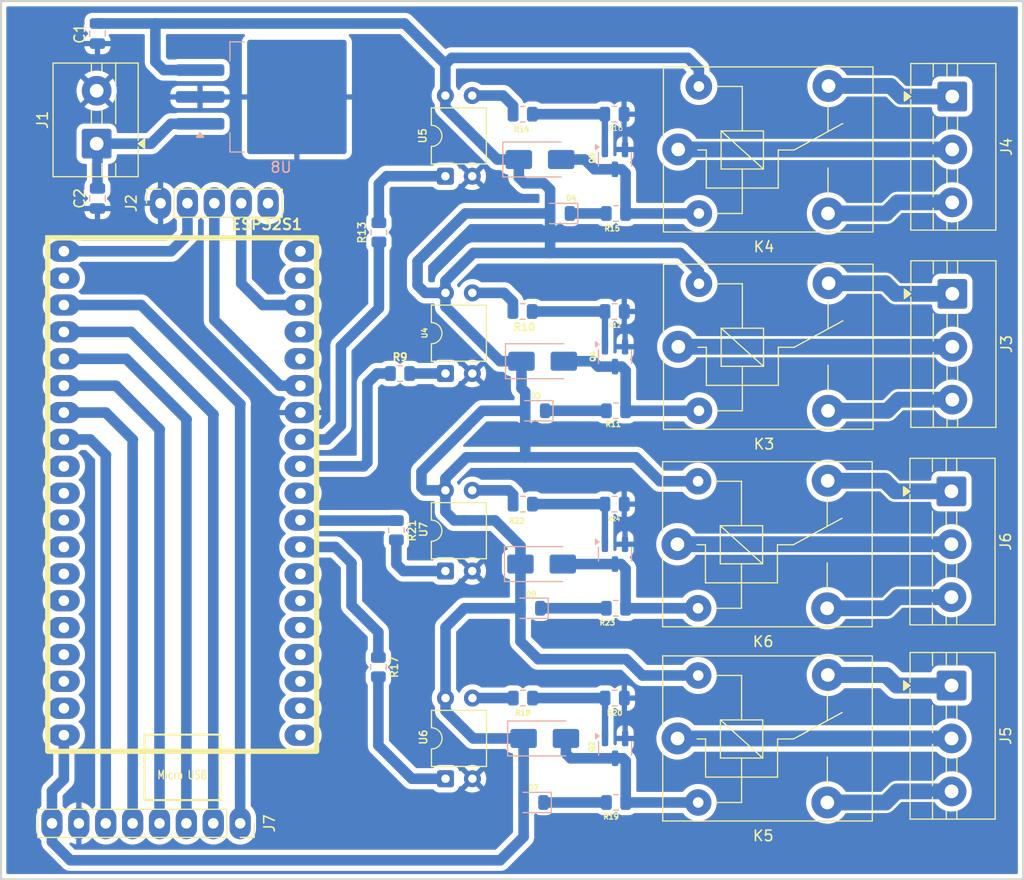
<source format=kicad_pcb>
(kicad_pcb (version 20241229) (generator "pcbnew") (generator_version "9.0")
  (layers (0 "F.Cu" signal) (2 "B.Cu" signal) (13 "F.Paste" user) (15 "B.Paste" user) (5 "F.SilkS" user "F.Silkscreen") (7 "B.SilkS" user "B.Silkscreen") (1 "F.Mask" user) (3 "B.Mask" user) (25 "Edge.Cuts" user))
  (net 0 "")
  (net 1 "5V")
  (net 2 "COM")
  (net 3 "NO")
  (net 4 "NC")
  (net 5 "GND")
  (net 7 "Net-(D3-K)")
  (net 8 "Net-(D4-K)")
  (net 9 "Net-(D5-A)")
  (net 10 "Net-(D6-A)")
  (net 11 "Net-(D7-K)")
  (net 12 "Net-(D8-A)")
  (net 13 "Net-(D9-K)")
  (net 14 "Net-(D10-A)")
  (net 15 "NC-1")
  (net 16 "COM-1")
  (net 17 "NO-1")
  (net 18 "COM-2")
  (net 19 "NC-2")
  (net 20 "NO-2")
  (net 21 "NO-3")
  (net 22 "NC-3")
  (net 23 "COM-3")
  (net 24 "GIO21")
  (net 25 "Net-(R9-Pad1)")
  (net 26 "Net-(R10-Pad1)")
  (net 27 "GIO22")
  (net 28 "Net-(R13-Pad1)")
  (net 29 "Net-(R14-Pad1)")
  (net 30 "GIO16")
  (net 31 "Net-(R17-Pad1)")
  (net 32 "Net-(R18-Pad1)")
  (net 33 "Net-(R21-Pad1)")
  (net 34 "GIO17")
  (net 35 "Net-(R22-Pad1)")
  (net 43 "GIO36")
  (net 44 "GIO19")
  (net 45 "GIO32")
  (net 47 "3,3V")
  (net 58 "GIO34")
  (net 59 "GIO39")
  (net 61 "GIO18")
  (net 64 "GIO35")
  (net 66 "GIO33")
  (net 67 "Net-(Q1-G)")
  (net 68 "Net-(Q2-G)")
  (net 69 "Net-(Q3-G)")
  (net 70 "Net-(Q4-G)")
  (net 71 "Net-(J1-Pin_1)")
  (footprint "Relay_THT:Relay_SPDT_SANYOU_SRD_Series_Form_C" (layer "F.Cu") (at 96.3775 89.06)
    (property "Reference" "K3" (at 8.1 9.2 0) (layer "F.SilkS"))
    (property "Value" "Relay" (hide yes))
    (pad "1" thru_hole circle (at 0 0 90) (size 3 3) (drill 1.3) (layers "*.Cu" "*.Mask") (net 2 "COM"))
    (pad "2" thru_hole circle (at 1.95 6.05 90) (size 2.5 2.5) (drill 1) (layers "*.Cu" "*.Mask") (net 9 "Net-(D5-A)"))
    (pad "3" thru_hole circle (at 14.15 6.05 90) (size 3 3) (drill 1.3) (layers "*.Cu" "*.Mask") (net 3 "NO"))
    (pad "4" thru_hole circle (at 14.2 -6 90) (size 3 3) (drill 1.3) (layers "*.Cu" "*.Mask") (net 4 "NC"))
    (pad "5" thru_hole circle (at 1.95 -5.95 90) (size 2.5 2.5) (drill 1) (layers "*.Cu" "*.Mask") (net 1 "5V"))
  )
  (footprint "Package_DIP:DIP-4_W7.62mm" (layer "F.Cu") (at 74.3775 91.59 90)
    (property "Reference" "U4" (at 3.83 -1.9675 90) (layer "F.SilkS") (effects (font (size 0.5 0.5) (thickness 0.125) (bold yes))))
    (property "Value" "PC817")
    (pad "1" thru_hole roundrect (at 0 0 90) (size 1.6 1.6) (drill 0.8) (layers "*.Cu" "*.Mask") (roundrect_rratio 0.15625) (net 25 "Net-(R9-Pad1)"))
    (pad "2" thru_hole circle (at 0 2.54 90) (size 1.6 1.6) (drill 0.8) (layers "*.Cu" "*.Mask") (net 5 "GND"))
    (pad "3" thru_hole circle (at 7.62 2.54 90) (size 1.6 1.6) (drill 0.8) (layers "*.Cu" "*.Mask") (net 26 "Net-(R10-Pad1)"))
    (pad "4" thru_hole circle (at 7.62 0 90) (size 1.6 1.6) (drill 0.8) (layers "*.Cu" "*.Mask") (net 1 "5V"))
  )
  (footprint "Relay_THT:Relay_SPDT_SANYOU_SRD_Series_Form_C" (layer "F.Cu") (at 96.37 70.42)
    (property "Reference" "K4" (at 8.1 9.2 0) (layer "F.SilkS"))
    (property "Value" "Relay" (hide yes))
    (pad "1" thru_hole circle (at 0 0 90) (size 3 3) (drill 1.3) (layers "*.Cu" "*.Mask") (net 16 "COM-1"))
    (pad "2" thru_hole circle (at 1.95 6.05 90) (size 2.5 2.5) (drill 1) (layers "*.Cu" "*.Mask") (net 10 "Net-(D6-A)"))
    (pad "3" thru_hole circle (at 14.15 6.05 90) (size 3 3) (drill 1.3) (layers "*.Cu" "*.Mask") (net 17 "NO-1"))
    (pad "4" thru_hole circle (at 14.2 -6 90) (size 3 3) (drill 1.3) (layers "*.Cu" "*.Mask") (net 15 "NC-1"))
    (pad "5" thru_hole circle (at 1.95 -5.95 90) (size 2.5 2.5) (drill 1) (layers "*.Cu" "*.Mask") (net 1 "5V"))
  )
  (footprint "Package_DIP:DIP-4_W7.62mm" (layer "F.Cu") (at 74.385 129.875 90)
    (property "Reference" "U6" (at 3.925 -2.095 90) (layer "F.SilkS") (effects (font (size 0.7 0.7) (thickness 0.14) (bold yes))))
    (property "Value" "PC817")
    (pad "1" thru_hole roundrect (at 0 0 90) (size 1.6 1.6) (drill 0.8) (layers "*.Cu" "*.Mask") (roundrect_rratio 0.15625) (net 31 "Net-(R17-Pad1)"))
    (pad "2" thru_hole circle (at 0 2.54 90) (size 1.6 1.6) (drill 0.8) (layers "*.Cu" "*.Mask") (net 5 "GND"))
    (pad "3" thru_hole circle (at 7.62 2.54 90) (size 1.6 1.6) (drill 0.8) (layers "*.Cu" "*.Mask") (net 32 "Net-(R18-Pad1)"))
    (pad "4" thru_hole circle (at 7.62 0 90) (size 1.6 1.6) (drill 0.8) (layers "*.Cu" "*.Mask") (net 1 "5V"))
  )
  (footprint "TerminalBlock:TerminalBlock_MaiXu_MX126-5.0-03P_1x03_P5.00mm" (layer "F.Cu") (at 122.2675 84.06 -90)
    (property "Reference" "J3" (at 4.75 -5.12 90) (layer "F.SilkS"))
    (property "Value" "Screw_Terminal_01x03" (hide yes))
    (pad "1" thru_hole roundrect (at 0 0 270) (size 2.8 2.8) (drill 1.3) (layers "*.Cu" "*.Mask") (roundrect_rratio 0.089286) (net 4 "NC"))
    (pad "2" thru_hole circle (at 5 0 270) (size 2.8 2.8) (drill 1.3) (layers "*.Cu" "*.Mask") (net 2 "COM"))
    (pad "3" thru_hole circle (at 10 0 270) (size 2.8 2.8) (drill 1.3) (layers "*.Cu" "*.Mask") (net 3 "NO"))
  )
  (footprint "TerminalBlock:TerminalBlock_MaiXu_MX126-5.0-03P_1x03_P5.00mm" (layer "F.Cu") (at 122.26 65.42 -90)
    (property "Reference" "J4" (at 4.75 -5.12 90) (layer "F.SilkS"))
    (property "Value" "Screw_Terminal_01x03" (hide yes))
    (pad "1" thru_hole roundrect (at 0 0 270) (size 2.8 2.8) (drill 1.3) (layers "*.Cu" "*.Mask") (roundrect_rratio 0.089286) (net 15 "NC-1"))
    (pad "2" thru_hole circle (at 5 0 270) (size 2.8 2.8) (drill 1.3) (layers "*.Cu" "*.Mask") (net 16 "COM-1"))
    (pad "3" thru_hole circle (at 10 0 270) (size 2.8 2.8) (drill 1.3) (layers "*.Cu" "*.Mask") (net 17 "NO-1"))
  )
  (footprint "Relay_THT:Relay_SPDT_SANYOU_SRD_Series_Form_C" (layer "F.Cu") (at 96.305 126.07)
    (property "Reference" "K5" (at 8.1 9.2 0) (layer "F.SilkS"))
    (property "Value" "Relay" (hide yes))
    (pad "1" thru_hole circle (at 0 0 90) (size 3 3) (drill 1.3) (layers "*.Cu" "*.Mask") (net 23 "COM-3"))
    (pad "2" thru_hole circle (at 1.95 6.05 90) (size 2.5 2.5) (drill 1) (layers "*.Cu" "*.Mask") (net 12 "Net-(D8-A)"))
    (pad "3" thru_hole circle (at 14.15 6.05 90) (size 3 3) (drill 1.3) (layers "*.Cu" "*.Mask") (net 21 "NO-3"))
    (pad "4" thru_hole circle (at 14.2 -6 90) (size 3 3) (drill 1.3) (layers "*.Cu" "*.Mask") (net 22 "NC-3"))
    (pad "5" thru_hole circle (at 1.95 -5.95 90) (size 2.5 2.5) (drill 1) (layers "*.Cu" "*.Mask") (net 1 "5V"))
  )
  (footprint "Package_DIP:DIP-4_W7.62mm" (layer "F.Cu") (at 74.37 72.95 90)
    (property "Reference" "U5" (at 3.815 -2.145 90) (layer "F.SilkS") (effects (font (size 0.7 0.7) (thickness 0.14) (bold yes))))
    (property "Value" "PC817")
    (pad "1" thru_hole roundrect (at 0 0 90) (size 1.6 1.6) (drill 0.8) (layers "*.Cu" "*.Mask") (roundrect_rratio 0.15625) (net 28 "Net-(R13-Pad1)"))
    (pad "2" thru_hole circle (at 0 2.54 90) (size 1.6 1.6) (drill 0.8) (layers "*.Cu" "*.Mask") (net 5 "GND"))
    (pad "3" thru_hole circle (at 7.62 2.54 90) (size 1.6 1.6) (drill 0.8) (layers "*.Cu" "*.Mask") (net 29 "Net-(R14-Pad1)"))
    (pad "4" thru_hole circle (at 7.62 0 90) (size 1.6 1.6) (drill 0.8) (layers "*.Cu" "*.Mask") (net 1 "5V"))
  )
  (footprint "TerminalBlock:TerminalBlock_MaiXu_MX126-5.0-02P_1x02_P5.00mm" (layer "F.Cu") (at 41.4225 69.875 90)
    (property "Reference" "J1" (at 2.25 -5.12 90) (layer "F.SilkS"))
    (property "Value" "Screw_Terminal_01x02" (hide yes))
    (pad "1" thru_hole roundrect (at 0 0 90) (size 2.8 2.8) (drill 1.3) (layers "*.Cu" "*.Mask") (roundrect_rratio 0.089286) (net 71 "Net-(J1-Pin_1)"))
    (pad "2" thru_hole circle (at 5 0 90) (size 2.8 2.8) (drill 1.3) (layers "*.Cu" "*.Mask") (net 5 "GND"))
  )
  (footprint "Connector_PinSocket_2.54mm:PinSocket_1x05_P2.54mm_Vertical" (layer "F.Cu") (at 47.46 75.5 90)
    (property "Reference" "J2" (at 0 -2.77 90) (layer "F.SilkS"))
    (property "Value" "Conn_01x04")
    (pad "1" thru_hole oval (at 0 0 90) (size 3 2) (drill 1) (layers "*.Cu" "*.Mask") (net 5 "GND"))
    (pad "2" thru_hole oval (at 0 2.54 90) (size 3 2) (drill 1) (layers "*.Cu" "*.Mask") (net 47 "3,3V"))
    (pad "3" thru_hole oval (at 0 5.08 90) (size 3 2) (drill 1) (layers "*.Cu" "*.Mask") (net 24 "GIO21"))
    (pad "4" thru_hole oval (at 0 7.62 90) (size 3 2) (drill 1) (layers "*.Cu" "*.Mask") (net 27 "GIO22"))
    (pad "5" thru_hole oval (at 0 10.16 90) (size 3 2) (drill 1) (layers "*.Cu" "*.Mask"))
  )
  (footprint "Connector_PinSocket_2.54mm:PinSocket_1x08_P2.54mm_Vertical" (layer "F.Cu") (at 54.98 134.09 -90)
    (property "Reference" "J7" (at 0 -2.77 270) (layer "F.SilkS"))
    (property "Value" "Conn_01x08" (hide yes))
    (pad "1" thru_hole oval (at 0 0 270) (size 3 2) (drill 1) (layers "*.Cu" "*.Mask") (net 43 "GIO36"))
    (pad "2" thru_hole oval (at 0 2.54 270) (size 3 2) (drill 1) (layers "*.Cu" "*.Mask") (net 59 "GIO39"))
    (pad "3" thru_hole oval (at 0 5.08 270) (size 3 2) (drill 1) (layers "*.Cu" "*.Mask") (net 58 "GIO34"))
    (pad "4" thru_hole oval (at 0 7.62 270) (size 3 2) (drill 1) (layers "*.Cu" "*.Mask") (net 64 "GIO35"))
    (pad "5" thru_hole oval (at 0 10.16 270) (size 3 2) (drill 1) (layers "*.Cu" "*.Mask") (net 45 "GIO32"))
    (pad "6" thru_hole oval (at 0 12.7 270) (size 3 2) (drill 1) (layers "*.Cu" "*.Mask") (net 66 "GIO33"))
    (pad "7" thru_hole oval (at 0 15.24 270) (size 3 2) (drill 1) (layers "*.Cu" "*.Mask") (net 5 "GND"))
    (pad "8" thru_hole oval (at 0 17.78 270) (size 3 2) (drill 1) (layers "*.Cu" "*.Mask") (net 1 "5V"))
  )
  (footprint "Relay_THT:Relay_SPDT_SANYOU_SRD_Series_Form_C" (layer "F.Cu") (at 96.2925 107.72)
    (property "Reference" "K6" (at 8.1 9.2 0) (layer "F.SilkS"))
    (property "Value" "Relay" (hide yes))
    (pad "1" thru_hole circle (at 0 0 90) (size 3 3) (drill 1.3) (layers "*.Cu" "*.Mask") (net 18 "COM-2"))
    (pad "2" thru_hole circle (at 1.95 6.05 90) (size 2.5 2.5) (drill 1) (layers "*.Cu" "*.Mask") (net 14 "Net-(D10-A)"))
    (pad "3" thru_hole circle (at 14.15 6.05 90) (size 3 3) (drill 1.3) (layers "*.Cu" "*.Mask") (net 20 "NO-2"))
    (pad "4" thru_hole circle (at 14.2 -6 90) (size 3 3) (drill 1.3) (layers "*.Cu" "*.Mask") (net 19 "NC-2"))
    (pad "5" thru_hole circle (at 1.95 -5.95 90) (size 2.5 2.5) (drill 1) (layers "*.Cu" "*.Mask") (net 1 "5V"))
  )
  (footprint "6°3RA_Nahuel:ESP32S_38_PINES" (layer "F.Cu") (at 49.5 75.2565)
    (property "Reference" "ESP32S1" (at 8 2.2435 0) (layer "F.SilkS") (effects (font (thickness 0.2) (bold yes))))
    (property "Value" "~" (hide yes))
    (fp_text user "Micro USB" (at 0 54.737 0) (layer "F.SilkS") (effects (font (size 0.8 0.6) (thickness 0.12) (bold yes)) (justify bottom)))
    (pad "1" thru_hole oval (at 11.176 4.783) (size 3 2) (drill oval 1) (layers "*.Cu" "*.Mask"))
    (pad "2" thru_hole oval (at 11.176 7.323) (size 3 2) (drill oval 1) (layers "*.Cu" "*.Mask"))
    (pad "3" thru_hole oval (at 11.176 9.863) (size 3 2) (drill oval 1) (layers "*.Cu" "*.Mask") (net 27 "GIO22"))
    (pad "4" thru_hole oval (at 11.176 12.403) (size 3 2) (drill oval 1) (layers "*.Cu" "*.Mask"))
    (pad "5" thru_hole oval (at 11.176 14.943) (size 3 2) (drill oval 1) (layers "*.Cu" "*.Mask"))
    (pad "6" thru_hole oval (at 11.176 17.483) (size 3 2) (drill oval 1) (layers "*.Cu" "*.Mask") (net 24 "GIO21"))
    (pad "7" thru_hole oval (at 11.176 20.023) (size 3 2) (drill oval 1) (layers "*.Cu" "*.Mask") (net 5 "GND"))
    (pad "8" thru_hole oval (at 11.176 22.563) (size 3 2) (drill oval 1) (layers "*.Cu" "*.Mask") (net 44 "GIO19"))
    (pad "9" thru_hole oval (at 11.176 25.103) (size 3 2) (drill oval 1) (layers "*.Cu" "*.Mask") (net 61 "GIO18"))
    (pad "10" thru_hole oval (at 11.176 27.643) (size 3 2) (drill oval 1) (layers "*.Cu" "*.Mask"))
    (pad "11" thru_hole oval (at 11.176 30.183) (size 3 2) (drill oval 1) (layers "*.Cu" "*.Mask") (net 34 "GIO17"))
    (pad "12" thru_hole oval (at 11.176 32.723) (size 3 2) (drill oval 1) (layers "*.Cu" "*.Mask") (net 30 "GIO16"))
    (pad "13" thru_hole oval (at 11.176 35.263) (size 3 2) (drill oval 1) (layers "*.Cu" "*.Mask"))
    (pad "14" thru_hole oval (at 11.176 37.803) (size 3 2) (drill oval 1) (layers "*.Cu" "*.Mask"))
    (pad "15" thru_hole oval (at 11.176 40.343) (size 3 2) (drill oval 1) (layers "*.Cu" "*.Mask"))
    (pad "16" thru_hole oval (at 11.176 42.883) (size 3 2) (drill oval 1) (layers "*.Cu" "*.Mask"))
    (pad "17" thru_hole oval (at 11.176 45.423) (size 3 2) (drill oval 1) (layers "*.Cu" "*.Mask"))
    (pad "18" thru_hole oval (at 11.176 47.963) (size 3 2) (drill oval 1) (layers "*.Cu" "*.Mask"))
    (pad "19" thru_hole oval (at 11.176 50.503) (size 3 2) (drill oval 1) (layers "*.Cu" "*.Mask"))
    (pad "20" thru_hole oval (at -11.17 4.78) (size 3 2) (drill oval 1) (layers "*.Cu" "*.Mask") (net 47 "3,3V"))
    (pad "21" thru_hole oval (at -11.176 7.323) (size 3 2) (drill oval 1) (layers "*.Cu" "*.Mask"))
    (pad "22" thru_hole oval (at -11.176 9.863) (size 3 2) (drill oval 1) (layers "*.Cu" "*.Mask") (net 43 "GIO36"))
    (pad "23" thru_hole oval (at -11.176 12.403) (size 3 2) (drill oval 1) (layers "*.Cu" "*.Mask") (net 59 "GIO39"))
    (pad "24" thru_hole oval (at -11.176 14.943) (size 3 2) (drill oval 1) (layers "*.Cu" "*.Mask") (net 58 "GIO34"))
    (pad "25" thru_hole oval (at -11.176 17.483) (size 3 2) (drill oval 1) (layers "*.Cu" "*.Mask") (net 64 "GIO35"))
    (pad "26" thru_hole oval (at -11.176 20.023) (size 3 2) (drill oval 1) (layers "*.Cu" "*.Mask") (net 45 "GIO32"))
    (pad "27" thru_hole oval (at -11.176 22.563) (size 3 2) (drill oval 1) (layers "*.Cu" "*.Mask") (net 66 "GIO33"))
    (pad "28" thru_hole oval (at -11.176 25.103) (size 3 2) (drill oval 1) (layers "*.Cu" "*.Mask"))
    (pad "29" thru_hole oval (at -11.176 27.643) (size 3 2) (drill oval 1) (layers "*.Cu" "*.Mask"))
    (pad "30" thru_hole oval (at -11.176 30.183) (size 3 2) (drill oval 1) (layers "*.Cu" "*.Mask"))
    (pad "31" thru_hole oval (at -11.176 32.723) (size 3 2) (drill oval 1) (layers "*.Cu" "*.Mask"))
    (pad "32" thru_hole oval (at -11.176 35.263) (size 3 2) (drill oval 1) (layers "*.Cu" "*.Mask"))
    (pad "33" thru_hole oval (at -11.176 37.803) (size 3 2) (drill oval 1) (layers "*.Cu" "*.Mask"))
    (pad "34" thru_hole oval (at -11.176 40.343) (size 3 2) (drill oval 1) (layers "*.Cu" "*.Mask"))
    (pad "35" thru_hole oval (at -11.176 42.883) (size 3 2) (drill oval 1) (layers "*.Cu" "*.Mask"))
    (pad "36" thru_hole oval (at -11.176 45.423) (size 3 2) (drill oval 1) (layers "*.Cu" "*.Mask"))
    (pad "37" thru_hole oval (at -11.176 47.963) (size 3 2) (drill oval 1) (layers "*.Cu" "*.Mask"))
    (pad "38" thru_hole oval (at -11.176 50.503) (size 3 2) (drill oval 1) (layers "*.Cu" "*.Mask") (net 1 "5V"))
  )
  (footprint "TerminalBlock:TerminalBlock_MaiXu_MX126-5.0-03P_1x03_P5.00mm" (layer "F.Cu") (at 122.195 121.07 -90)
    (property "Reference" "J5" (at 4.75 -5.12 90) (layer "F.SilkS"))
    (property "Value" "Screw_Terminal_01x03" (hide yes))
    (pad "1" thru_hole roundrect (at 0 0 270) (size 2.8 2.8) (drill 1.3) (layers "*.Cu" "*.Mask") (roundrect_rratio 0.089286) (net 22 "NC-3"))
    (pad "2" thru_hole circle (at 5 0 270) (size 2.8 2.8) (drill 1.3) (layers "*.Cu" "*.Mask") (net 23 "COM-3"))
    (pad "3" thru_hole circle (at 10 0 270) (size 2.8 2.8) (drill 1.3) (layers "*.Cu" "*.Mask") (net 21 "NO-3"))
  )
  (footprint "Package_DIP:DIP-4_W7.62mm" (layer "F.Cu") (at 74.3725 110.25 90)
    (property "Reference" "U7" (at 3.92 -2.07 90) (layer "F.SilkS") (effects (font (size 0.7 0.7) (thickness 0.14) (bold yes))))
    (property "Value" "PC817")
    (pad "1" thru_hole roundrect (at 0 0 90) (size 1.6 1.6) (drill 0.8) (layers "*.Cu" "*.Mask") (roundrect_rratio 0.15625) (net 33 "Net-(R21-Pad1)"))
    (pad "2" thru_hole circle (at 0 2.54 90) (size 1.6 1.6) (drill 0.8) (layers "*.Cu" "*.Mask") (net 5 "GND"))
    (pad "3" thru_hole circle (at 7.62 2.54 90) (size 1.6 1.6) (drill 0.8) (layers "*.Cu" "*.Mask") (net 35 "Net-(R22-Pad1)"))
    (pad "4" thru_hole circle (at 7.62 0 90) (size 1.6 1.6) (drill 0.8) (layers "*.Cu" "*.Mask") (net 1 "5V"))
  )
  (footprint "TerminalBlock:TerminalBlock_MaiXu_MX126-5.0-03P_1x03_P5.00mm" (layer "F.Cu") (at 122.1825 102.72 -90)
    (property "Reference" "J6" (at 4.75 -5.12 90) (layer "F.SilkS"))
    (property "Value" "Screw_Terminal_01x03" (hide yes))
    (pad "1" thru_hole roundrect (at 0 0 270) (size 2.8 2.8) (drill 1.3) (layers "*.Cu" "*.Mask") (roundrect_rratio 0.089286) (net 19 "NC-2"))
    (pad "2" thru_hole circle (at 5 0 270) (size 2.8 2.8) (drill 1.3) (layers "*.Cu" "*.Mask") (net 18 "COM-2"))
    (pad "3" thru_hole circle (at 10 0 270) (size 2.8 2.8) (drill 1.3) (layers "*.Cu" "*.Mask") (net 20 "NO-2"))
  )
  (footprint "Resistor_SMD:R_0805_2012Metric" (layer "B.Cu") (at 90.485 113.77)
    (property "Reference" "R23" (at -0.8125 1.36 0) (layer "F.SilkS") (effects (font (size 0.5 0.5) (thickness 0.125))))
    (property "Value" "220Ω")
    (pad "1" smd roundrect (at -0.9125 0) (size 1.025 1.4) (layers "B.Cu" "B.Mask" "B.Paste") (roundrect_rratio 0.243902) (net 13 "Net-(D9-K)"))
    (pad "2" smd roundrect (at 0.9125 0) (size 1.025 1.4) (layers "B.Cu" "B.Mask" "B.Paste") (roundrect_rratio 0.243902) (net 14 "Net-(D10-A)"))
  )
  (footprint "Resistor_SMD:R_0805_2012Metric" (layer "B.Cu") (at 90.3675 122.255)
    (property "Reference" "R20" (at 0 1.4 0) (layer "F.SilkS") (effects (font (size 0.5 0.5) (thickness 0.125))))
    (property "Value" "10KΩ")
    (pad "1" smd roundrect (at -0.9125 0) (size 1.025 1.4) (layers "B.Cu" "B.Mask" "B.Paste") (roundrect_rratio 0.243902) (net 68 "Net-(Q2-G)"))
    (pad "2" smd roundrect (at 0.9125 0) (size 1.025 1.4) (layers "B.Cu" "B.Mask" "B.Paste") (roundrect_rratio 0.243902) (net 5 "GND"))
  )
  (footprint "Resistor_SMD:R_0805_2012Metric" (layer "B.Cu") (at 81.6825 103.93)
    (property "Reference" "R22" (at -0.56 1.58 0) (layer "F.SilkS") (effects (font (size 0.5 0.5) (thickness 0.125))))
    (property "Value" "1KΩ")
    (pad "1" smd roundrect (at -0.9125 0) (size 1.025 1.4) (layers "B.Cu" "B.Mask" "B.Paste") (roundrect_rratio 0.243902) (net 35 "Net-(R22-Pad1)"))
    (pad "2" smd roundrect (at 0.9125 0) (size 1.025 1.4) (layers "B.Cu" "B.Mask" "B.Paste") (roundrect_rratio 0.243902) (net 67 "Net-(Q1-G)"))
  )
  (footprint "Resistor_SMD:R_0805_2012Metric" (layer "B.Cu") (at 90.4825 76.47)
    (property "Reference" "R15" (at -0.35 1.42 0) (layer "F.SilkS") (effects (font (size 0.5 0.5) (thickness 0.125))))
    (property "Value" "220Ω")
    (pad "1" smd roundrect (at -0.9125 0) (size 1.025 1.4) (layers "B.Cu" "B.Mask" "B.Paste") (roundrect_rratio 0.243902) (net 8 "Net-(D4-K)"))
    (pad "2" smd roundrect (at 0.9125 0) (size 1.025 1.4) (layers "B.Cu" "B.Mask" "B.Paste") (roundrect_rratio 0.243902) (net 10 "Net-(D6-A)"))
  )
  (footprint "Resistor_SMD:R_0805_2012Metric" (layer "B.Cu") (at 90.36 85.73)
    (property "Reference" "R12" (at 0.02 1.32 0) (layer "F.SilkS") (effects (font (size 0.4 0.4) (thickness 0.1))))
    (property "Value" "10KΩ")
    (pad "1" smd roundrect (at -0.9125 0) (size 1.025 1.4) (layers "B.Cu" "B.Mask" "B.Paste") (roundrect_rratio 0.243902) (net 70 "Net-(Q4-G)"))
    (pad "2" smd roundrect (at 0.9125 0) (size 1.025 1.4) (layers "B.Cu" "B.Mask" "B.Paste") (roundrect_rratio 0.243902) (net 5 "GND"))
  )
  (footprint "Resistor_SMD:R_0805_2012Metric" (layer "B.Cu") (at 90.355 103.93)
    (property "Reference" "R24" (at -0.0675 1.4 0) (layer "F.SilkS") (effects (font (size 0.4 0.4) (thickness 0.1))))
    (property "Value" "10KΩ")
    (pad "1" smd roundrect (at -0.9125 0) (size 1.025 1.4) (layers "B.Cu" "B.Mask" "B.Paste") (roundrect_rratio 0.243902) (net 67 "Net-(Q1-G)"))
    (pad "2" smd roundrect (at 0.9125 0) (size 1.025 1.4) (layers "B.Cu" "B.Mask" "B.Paste") (roundrect_rratio 0.243902) (net 5 "GND"))
  )
  (footprint "Diode_SMD:D_SMA" (layer "B.Cu") (at 83.4625 109.595)
    (property "Reference" "D10" (hide yes))
    (property "Value" "1N4007")
    (pad "1" smd roundrect (at -2 0) (size 2.5 1.8) (layers "B.Cu" "B.Mask" "B.Paste") (roundrect_rratio 0.1388888889) (net 1 "5V"))
    (pad "2" smd roundrect (at 2 0) (size 2.5 1.8) (layers "B.Cu" "B.Mask" "B.Paste") (roundrect_rratio 0.1388888889) (net 14 "Net-(D10-A)"))
  )
  (footprint "Diode_SMD:D_SMA" (layer "B.Cu") (at 83.56 90.43)
    (property "Reference" "D5" (hide yes))
    (property "Value" "1N4007")
    (pad "1" smd roundrect (at -2 0) (size 2.5 1.8) (layers "B.Cu" "B.Mask" "B.Paste") (roundrect_rratio 0.1388888889) (net 1 "5V"))
    (pad "2" smd roundrect (at 2 0) (size 2.5 1.8) (layers "B.Cu" "B.Mask" "B.Paste") (roundrect_rratio 0.1388888889) (net 9 "Net-(D5-A)"))
  )
  (footprint "Resistor_SMD:R_0805_2012Metric" (layer "B.Cu") (at 90.4975 132.12)
    (property "Reference" "R19" (at -0.47 1.34 0) (layer "F.SilkS") (effects (font (size 0.5 0.5) (thickness 0.125))))
    (property "Value" "220Ω")
    (pad "1" smd roundrect (at -0.9125 0) (size 1.025 1.4) (layers "B.Cu" "B.Mask" "B.Paste") (roundrect_rratio 0.243902) (net 11 "Net-(D7-K)"))
    (pad "2" smd roundrect (at 0.9125 0) (size 1.025 1.4) (layers "B.Cu" "B.Mask" "B.Paste") (roundrect_rratio 0.243902) (net 12 "Net-(D8-A)"))
  )
  (footprint "Capacitor_SMD:C_0805_2012Metric" (layer "B.Cu") (at 41.5 59.47 -90)
    (property "Reference" "C1" (at 0 1.68 90) (layer "F.SilkS"))
    (property "Value" "C_US" (hide yes))
    (pad "1" smd roundrect (at -0.95 0 270) (size 1 1.45) (layers "B.Cu" "B.Mask" "B.Paste") (net 1 "5V"))
    (pad "2" smd roundrect (at 0.95 0 270) (size 1 1.45) (layers "B.Cu" "B.Mask" "B.Paste") (net 5 "GND"))
  )
  (footprint "Diode_SMD:D_SMA" (layer "B.Cu") (at 83.76 126.07)
    (property "Reference" "D8" (hide yes))
    (property "Value" "1N4007")
    (pad "1" smd roundrect (at -2 0) (size 2.5 1.8) (layers "B.Cu" "B.Mask" "B.Paste") (roundrect_rratio 0.1388888889) (net 1 "5V"))
    (pad "2" smd roundrect (at 2 0) (size 2.5 1.8) (layers "B.Cu" "B.Mask" "B.Paste") (roundrect_rratio 0.1388888889) (net 12 "Net-(D8-A)"))
  )
  (footprint "Resistor_SMD:R_0805_2012Metric" (layer "B.Cu") (at 69.74 106.3975 90)
    (property "Reference" "R21" (at -0.0375 1.48 90) (layer "F.SilkS") (effects (font (size 0.7 0.7) (thickness 0.14) (bold yes))))
    (property "Value" "220Ω")
    (pad "1" smd roundrect (at -0.9125 0 90) (size 1.025 1.4) (layers "B.Cu" "B.Mask" "B.Paste") (roundrect_rratio 0.243902) (net 33 "Net-(R21-Pad1)"))
    (pad "2" smd roundrect (at 0.9125 0 90) (size 1.025 1.4) (layers "B.Cu" "B.Mask" "B.Paste") (roundrect_rratio 0.243902) (net 34 "GIO17"))
  )
  (footprint "Resistor_SMD:R_0805_2012Metric" (layer "B.Cu") (at 70.0875 91.59 180)
    (property "Reference" "R9" (at 0.0025 1.55 0) (layer "F.SilkS") (effects (font (size 0.7 0.7) (thickness 0.17) (bold yes))))
    (property "Value" "220Ω")
    (pad "1" smd roundrect (at -0.9125 0 180) (size 1.025 1.4) (layers "B.Cu" "B.Mask" "B.Paste") (roundrect_rratio 0.243902) (net 25 "Net-(R9-Pad1)"))
    (pad "2" smd roundrect (at 0.9125 0 180) (size 1.025 1.4) (layers "B.Cu" "B.Mask" "B.Paste") (roundrect_rratio 0.243902) (net 61 "GIO18"))
  )
  (footprint "LED_SMD:LED_0805_2012Metric" (layer "B.Cu") (at 82.4 113.77 180)
    (property "Reference" "D9" (at -0.06 1.34 0) (layer "F.SilkS") (effects (font (size 0.5 0.5) (thickness 0.125))))
    (property "Value" "LED")
    (pad "1" smd roundrect (at -0.9375 0 180) (size 0.975 1.4) (layers "B.Cu" "B.Mask" "B.Paste") (net 13 "Net-(D9-K)"))
    (pad "2" smd roundrect (at 0.9375 0 180) (size 0.975 1.4) (layers "B.Cu" "B.Mask" "B.Paste") (net 1 "5V"))
  )
  (footprint "Capacitor_SMD:C_0805_2012Metric" (layer "B.Cu") (at 41.5 75.05 -90)
    (property "Reference" "C2" (at 0 1.68 90) (layer "F.SilkS"))
    (property "Value" "C" (hide yes))
    (pad "1" smd roundrect (at -0.95 0 270) (size 1 1.45) (layers "B.Cu" "B.Mask" "B.Paste") (net 71 "Net-(J1-Pin_1)"))
    (pad "2" smd roundrect (at 0.95 0 270) (size 1 1.45) (layers "B.Cu" "B.Mask" "B.Paste") (net 5 "GND"))
  )
  (footprint "LED_SMD:LED_0805_2012Metric" (layer "B.Cu") (at 85.2 76.47 180)
    (property "Reference" "D4" (at -1.08 1.44 0) (layer "F.SilkS") (effects (font (size 0.5 0.5) (thickness 0.125))))
    (property "Value" "LED")
    (pad "1" smd roundrect (at -0.9375 0 180) (size 0.975 1.4) (layers "B.Cu" "B.Mask" "B.Paste") (net 8 "Net-(D4-K)"))
    (pad "2" smd roundrect (at 0.9375 0 180) (size 0.975 1.4) (layers "B.Cu" "B.Mask" "B.Paste") (net 1 "5V"))
  )
  (footprint "Package_TO_SOT_SMD:SOT-23" (layer "B.Cu") (at 90.3925 108.6575 -90)
    (property "Reference" "Q1" (hide yes))
    (property "Value" "2N7002")
    (pad "1" smd roundrect (at -0.9375 0.95 270) (size 1.475 0.6) (layers "B.Cu" "B.Mask" "B.Paste") (net 67 "Net-(Q1-G)"))
    (pad "2" smd roundrect (at -0.9375 -0.95 270) (size 1.475 0.6) (layers "B.Cu" "B.Mask" "B.Paste") (net 5 "GND"))
    (pad "3" smd roundrect (at 0.9375 0 270) (size 1.475 0.6) (layers "B.Cu" "B.Mask" "B.Paste") (net 14 "Net-(D10-A)"))
  )
  (footprint "Resistor_SMD:R_0805_2012Metric" (layer "B.Cu") (at 90.34 67.09)
    (property "Reference" "R16" (at 0.09 1.32 0) (layer "F.SilkS") (effects (font (size 0.5 0.5) (thickness 0.075))))
    (property "Value" "10KΩ")
    (pad "1" smd roundrect (at -0.9125 0) (size 1.025 1.4) (layers "B.Cu" "B.Mask" "B.Paste") (roundrect_rratio 0.243902) (net 69 "Net-(Q3-G)"))
    (pad "2" smd roundrect (at 0.9125 0) (size 1.025 1.4) (layers "B.Cu" "B.Mask" "B.Paste") (roundrect_rratio 0.243902) (net 5 "GND"))
  )
  (footprint "Package_TO_SOT_SMD:SOT-23" (layer "B.Cu") (at 90.39 71.3575 -90)
    (property "Reference" "Q3" (at -0.12 2.15 90) (layer "F.SilkS") (effects (font (size 0.5 0.5) (thickness 0.125))))
    (property "Value" "2N7002H")
    (pad "1" smd roundrect (at -0.9375 0.95 270) (size 1.475 0.6) (layers "B.Cu" "B.Mask" "B.Paste") (net 69 "Net-(Q3-G)"))
    (pad "2" smd roundrect (at -0.9375 -0.95 270) (size 1.475 0.6) (layers "B.Cu" "B.Mask" "B.Paste") (net 5 "GND"))
    (pad "3" smd roundrect (at 0.9375 0 270) (size 1.475 0.6) (layers "B.Cu" "B.Mask" "B.Paste") (net 10 "Net-(D6-A)"))
  )
  (footprint "Package_TO_SOT_SMD:SOT-23" (layer "B.Cu") (at 90.3975 89.9975 -90)
    (property "Reference" "Q4" (at -0.0225 2.0775 90) (layer "F.SilkS") (effects (font (size 0.5 0.5) (thickness 0.125))))
    (property "Value" "2N7002")
    (pad "1" smd roundrect (at -0.9375 0.95 270) (size 1.475 0.6) (layers "B.Cu" "B.Mask" "B.Paste") (net 70 "Net-(Q4-G)"))
    (pad "2" smd roundrect (at -0.9375 -0.95 270) (size 1.475 0.6) (layers "B.Cu" "B.Mask" "B.Paste") (net 5 "GND"))
    (pad "3" smd roundrect (at 0.9375 0 270) (size 1.475 0.6) (layers "B.Cu" "B.Mask" "B.Paste") (net 9 "Net-(D5-A)"))
  )
  (footprint "Resistor_SMD:R_0805_2012Metric" (layer "B.Cu") (at 81.695 122.255)
    (property "Reference" "R18" (at 0 1.4 0) (layer "F.SilkS") (effects (font (size 0.5 0.5) (thickness 0.125))))
    (property "Value" "1KΩ")
    (pad "1" smd roundrect (at -0.9125 0) (size 1.025 1.4) (layers "B.Cu" "B.Mask" "B.Paste") (roundrect_rratio 0.243902) (net 32 "Net-(R18-Pad1)"))
    (pad "2" smd roundrect (at 0.9125 0) (size 1.025 1.4) (layers "B.Cu" "B.Mask" "B.Paste") (roundrect_rratio 0.243902) (net 68 "Net-(Q2-G)"))
  )
  (footprint "Resistor_SMD:R_0805_2012Metric" (layer "B.Cu") (at 68.04 119.3275 90)
    (property "Reference" "R17" (at 0 1.49 90) (layer "F.SilkS") (effects (font (size 0.7 0.7) (thickness 0.14) (bold yes))))
    (property "Value" "220Ω")
    (pad "1" smd roundrect (at -0.9125 0 90) (size 1.025 1.4) (layers "B.Cu" "B.Mask" "B.Paste") (roundrect_rratio 0.243902) (net 31 "Net-(R17-Pad1)"))
    (pad "2" smd roundrect (at 0.9125 0 90) (size 1.025 1.4) (layers "B.Cu" "B.Mask" "B.Paste") (roundrect_rratio 0.243902) (net 30 "GIO16"))
  )
  (footprint "Resistor_SMD:R_0805_2012Metric" (layer "B.Cu") (at 81.6625 85.73)
    (property "Reference" "R10" (at 0.1725 1.47 0) (layer "F.SilkS") (effects (font (size 0.7 0.7))))
    (property "Value" "1KΩ")
    (pad "1" smd roundrect (at -0.9125 0) (size 1.025 1.4) (layers "B.Cu" "B.Mask" "B.Paste") (roundrect_rratio 0.243902) (net 26 "Net-(R10-Pad1)"))
    (pad "2" smd roundrect (at 0.9125 0) (size 1.025 1.4) (layers "B.Cu" "B.Mask" "B.Paste") (roundrect_rratio 0.243902) (net 70 "Net-(Q4-G)"))
  )
  (footprint "Package_TO_SOT_SMD:SOT-23" (layer "B.Cu") (at 90.405 127.0075 -90)
    (property "Reference" "Q2" (at -0.15 2.2 90) (layer "F.SilkS") (effects (font (size 0.5 0.5) (thickness 0.125))))
    (property "Value" "2N7002")
    (pad "1" smd roundrect (at -0.9375 0.95 270) (size 1.475 0.6) (layers "B.Cu" "B.Mask" "B.Paste") (net 68 "Net-(Q2-G)"))
    (pad "2" smd roundrect (at -0.9375 -0.95 270) (size 1.475 0.6) (layers "B.Cu" "B.Mask" "B.Paste") (net 5 "GND"))
    (pad "3" smd roundrect (at 0.9375 0 270) (size 1.475 0.6) (layers "B.Cu" "B.Mask" "B.Paste") (net 12 "Net-(D8-A)"))
  )
  (footprint "Resistor_SMD:R_0805_2012Metric" (layer "B.Cu") (at 90.49 95.11)
    (property "Reference" "R11" (at -0.26 1.27 0) (layer "F.SilkS") (effects (font (size 0.5 0.5) (thickness 0.125))))
    (property "Value" "220Ω")
    (pad "1" smd roundrect (at -0.9125 0) (size 1.025 1.4) (layers "B.Cu" "B.Mask" "B.Paste") (roundrect_rratio 0.243902) (net 7 "Net-(D3-K)"))
    (pad "2" smd roundrect (at 0.9125 0) (size 1.025 1.4) (layers "B.Cu" "B.Mask" "B.Paste") (roundrect_rratio 0.243902) (net 9 "Net-(D5-A)"))
  )
  (footprint "LED_SMD:LED_0805_2012Metric" (layer "B.Cu") (at 82.8525 95.11 180)
    (property "Reference" "D3" (at -0.0575 1.41 0) (layer "F.SilkS") (effects (font (size 0.5 0.5) (thickness 0.1) (bold yes))))
    (property "Value" "LED")
    (pad "1" smd roundrect (at -0.9375 0 180) (size 0.975 1.4) (layers "B.Cu" "B.Mask" "B.Paste") (net 7 "Net-(D3-K)"))
    (pad "2" smd roundrect (at 0.9375 0 180) (size 0.975 1.4) (layers "B.Cu" "B.Mask" "B.Paste") (net 1 "5V"))
  )
  (footprint "LED_SMD:LED_0805_2012Metric" (layer "B.Cu") (at 82.6975 132.12 180)
    (property "Reference" "D7" (at 0 1.4 0) (layer "F.SilkS") (effects (font (size 0.5 0.5) (thickness 0.125))))
    (property "Value" "LED")
    (pad "1" smd roundrect (at -0.9375 0 180) (size 0.975 1.4) (layers "B.Cu" "B.Mask" "B.Paste") (net 11 "Net-(D7-K)"))
    (pad "2" smd roundrect (at 0.9375 0 180) (size 0.975 1.4) (layers "B.Cu" "B.Mask" "B.Paste") (net 1 "5V"))
  )
  (footprint "Diode_SMD:D_SMA" (layer "B.Cu") (at 83.31 71.37)
    (property "Reference" "D6" (hide yes))
    (property "Value" "1N4007")
    (pad "1" smd roundrect (at -2 0) (size 2.5 1.8) (layers "B.Cu" "B.Mask" "B.Paste") (roundrect_rratio 0.1388888889) (net 1 "5V"))
    (pad "2" smd roundrect (at 2 0) (size 2.5 1.8) (layers "B.Cu" "B.Mask" "B.Paste") (roundrect_rratio 0.1388888889) (net 10 "Net-(D6-A)"))
  )
  (footprint "Resistor_SMD:R_0805_2012Metric" (layer "B.Cu") (at 81.68 67.09)
    (property "Reference" "R14" (at -0.1125 1.43 0) (layer "F.SilkS") (effects (font (size 0.5 0.5) (thickness 0.125))))
    (property "Value" "1KΩ")
    (pad "1" smd roundrect (at -0.9125 0) (size 1.025 1.4) (layers "B.Cu" "B.Mask" "B.Paste") (roundrect_rratio 0.243902) (net 29 "Net-(R14-Pad1)"))
    (pad "2" smd roundrect (at 0.9125 0) (size 1.025 1.4) (layers "B.Cu" "B.Mask" "B.Paste") (roundrect_rratio 0.243902) (net 69 "Net-(Q3-G)"))
  )
  (footprint "Package_TO_SOT_SMD:TO-263-3_TabPin2" (layer "B.Cu") (at 58.84 65.46)
    (property "Reference" "U8" (at 0 6.65 0) (layer "B.SilkS") (effects (justify mirror)))
    (property "Value" "KA78M05_TO252")
    (pad "1" smd roundrect (at -7.65 2.54) (size 4.6 1.1) (layers "B.Cu" "B.Mask" "B.Paste") (roundrect_rratio 0.227273) (net 71 "Net-(J1-Pin_1)"))
    (pad "2" smd roundrect (at -7.65 0) (size 4.6 1.1) (layers "B.Cu" "B.Mask" "B.Paste") (roundrect_rratio 0.227273) (net 5 "GND"))
    (pad "2" smd roundrect (at 1.5 0) (size 9.4 10.8) (layers "B.Cu" "B.Mask") (roundrect_rratio 0.026596) (net 5 "GND"))
    (pad "3" smd roundrect (at -7.65 -2.54) (size 4.6 1.1) (layers "B.Cu" "B.Mask" "B.Paste") (roundrect_rratio 0.227273) (net 1 "5V"))
  )
  (footprint "Resistor_SMD:R_0805_2012Metric" (layer "B.Cu") (at 68.0875 78.25 -90)
    (property "Reference" "R13" (at 0.02 1.61 90) (layer "F.SilkS") (effects (font (size 0.7 0.7) (thickness 0.14) (bold yes))))
    (property "Value" "220Ω")
    (pad "1" smd roundrect (at -0.9125 0 270) (size 1.025 1.4) (layers "B.Cu" "B.Mask" "B.Paste") (roundrect_rratio 0.243902) (net 28 "Net-(R13-Pad1)"))
    (pad "2" smd roundrect (at 0.9125 0 270) (size 1.025 1.4) (layers "B.Cu" "B.Mask" "B.Paste") (roundrect_rratio 0.243902) (net 44 "GIO19"))
  )
  (gr_rect (start 32.39 56.4) (end 128.96 139.38) (stroke (width 0.2)) (fill no) (layer "Edge.Cuts"))
  (segment (start 81.31 73.07) (end 81.86 73.62) (width 1) (layer "B.Cu") (net 1))
  (segment (start 81.4625 107.8725) (end 79.06 105.47) (width 1) (layer "B.Cu") (net 1))
  (segment (start 79.06 105.47) (end 76.18 105.47) (width 1) (layer "B.Cu") (net 1))
  (segment (start 74.3775 83.97) (end 72.46 83.97) (width 1) (layer "B.Cu") (net 1))
  (segment (start 71.74 83.25) (end 71.74 80.99) (width 1) (layer "B.Cu") (net 1))
  (segment (start 72.11 100.87) (end 76.39 96.59) (width 1) (layer "B.Cu") (net 1))
  (segment (start 74.3775 82.83863) (end 77.01613 80.2) (width 1) (layer "B.Cu") (net 1))
  (segment (start 81.76 132.12) (end 81.76 135.37) (width 1) (layer "B.Cu") (net 1))
  (segment (start 41.5 58.52) (end 46.97 58.52) (width 1) (layer "B.Cu") (net 1))
  (segment (start 97.26 61.77) (end 98.32 62.83) (width 1) (layer "B.Cu") (net 1))
  (segment (start 37.2 134.09) (end 37.2 131.04) (width 1) (layer "B.Cu") (net 1))
  (segment (start 79.27863 71.37) (end 81.31 71.37) (width 1) (layer "B.Cu") (net 1))
  (segment (start 81.4625 116.9025) (end 83.14 118.58) (width 1) (layer "B.Cu") (net 1))
  (segment (start 74.3725 102.63) (end 74.3725 101.49863) (width 1) (layer "B.Cu") (net 1))
  (segment (start 81.56 92.99) (end 81.56 90.43) (width 1) (layer "B.Cu") (net 1))
  (segment (start 81.4625 109.595) (end 81.4625 107.8725) (width 1) (layer "B.Cu") (net 1))
  (segment (start 75.21 105.47) (end 74.3725 104.6325) (width 1) (layer "B.Cu") (net 1))
  (segment (start 76.26 76.47) (end 84.149 76.47) (width 1) (layer "B.Cu") (net 1))
  (segment (start 84.32 80.2) (end 96.5575 80.2) (width 1) (layer "B.Cu") (net 1))
  (segment (start 74.97 61.77) (end 97.26 61.77) (width 1) (layer "B.Cu") (net 1))
  (segment (start 83.67 73.62) (end 84.2625 74.2125) (width 1) (layer "B.Cu") (net 1))
  (segment (start 81.31 71.37) (end 81.31 73.07) (width 1) (layer "B.Cu") (net 1))
  (segment (start 74.37 65.33) (end 74.37 62.37) (width 1) (layer "B.Cu") (net 1))
  (segment (start 76.39 96.58) (end 77.86 95.11) (width 1) (layer "B.Cu") (net 1))
  (segment (start 91.45 118.58) (end 92.99 120.12) (width 1) (layer "B.Cu") (net 1))
  (segment (start 81.4625 113.77) (end 81.4625 116.9025) (width 1) (layer "B.Cu") (net 1))
  (segment (start 84.2625 76.47) (end 84.2625 80.1425) (width 1) (layer "B.Cu") (net 1))
  (segment (start 81.915 95.11) (end 81.915 93.345) (width 1) (layer "B.Cu") (net 1))
  (segment (start 74.3725 101.49863) (end 76.36113 99.51) (width 1) (layer "B.Cu") (net 1))
  (segment (start 81.76 126.07) (end 77 126.07) (width 1) (layer "B.Cu") (net 1))
  (segment (start 81.56 90.43) (end 79.54 90.43) (width 1) (layer "B.Cu") (net 1))
  (segment (start 96.5575 80.2) (end 98.3275 81.97) (width 1) (layer "B.Cu") (net 1))
  (segment (start 76.18 113.77) (end 81.4625 113.77) (width 1) (layer "B.Cu") (net 1))
  (segment (start 74.37 62.37) (end 74.97 61.77) (width 1) (layer "B.Cu") (net 1))
  (segment (start 84.2625 74.2125) (end 84.2625 76.47) (width 1) (layer "B.Cu") (net 1))
  (segment (start 46.97 58.52) (end 70.52 58.52) (width 1) (layer "B.Cu") (net 1))
  (segment (start 77.01613 80.2) (end 84.32 80.2) (width 1) (layer "B.Cu") (net 1))
  (segment (start 74.385 115.565) (end 76.18 113.77) (width 1) (layer "B.Cu") (net 1))
  (segment (start 81.91 99.51) (end 92.39 99.51) (width 1) (layer "B.Cu") (net 1))
  (segment (start 81.915 93.345) (end 81.56 92.99) (width 1) (layer "B.Cu") (net 1))
  (segment (start 37.2 135.84) (end 38.94 137.58) (width 1) (layer "B.Cu") (net 1))
  (segment (start 81.76 135.37) (end 79.55 137.58) (width 1) (layer "B.Cu") (net 1))
  (segment (start 79.54 90.43) (end 74.3775 85.2675) (width 1) (layer "B.Cu") (net 1))
  (segment (start 72.4 102.63) (end 72.11 102.34) (width 1) (layer "B.Cu") (net 1))
  (segment (start 74.3775 83.97) (end 74.3775 82.83863) (width 1) (layer "B.Cu") (net 1))
  (segment (start 38.94 137.58) (end 79.55 137.58) (width 1) (layer "B.Cu") (net 1))
  (segment (start 37.2 131.04) (end 38.324 129.916) (width 1) (layer "B.Cu") (net 1))
  (segment (start 74.3775 85.2675) (end 74.3775 83.97) (width 1) (layer "B.Cu") (net 1))
  (segment (start 81.915 95.11) (end 81.915 99.505) (width 1) (layer "B.Cu") (net 1))
  (segment (start 94.65 101.77) (end 98.2425 101.77) (width 1) (layer "B.Cu") (net 1))
  (segment (start 74.3725 102.63) (end 72.4 102.63) (width 1) (layer "B.Cu") (net 1))
  (segment (start 38.324 129.916) (end 38.324 125.7595) (width 1) (layer "B.Cu") (net 1))
  (segment (start 51.19 62.92) (end 47.76 62.92) (width 1) (layer "B.Cu") (net 1))
  (segment (start 81.4625 109.595) (end 81.4625 113.77) (width 1) (layer "B.Cu") (net 1))
  (segment (start 83.14 118.58) (end 91.45 118.58) (width 1) (layer "B.Cu") (net 1))
  (segment (start 81.76 127.945) (end 81.76 126.14) (width 1) (layer "B.Cu") (net 1))
  (segment (start 74.37 66.46137) (end 79.27863 71.37) (width 1) (layer "B.Cu") (net 1))
  (segment (start 92.39 99.51) (end 94.65 101.77) (width 1) (layer "B.Cu") (net 1))
  (segment (start 72.46 83.97) (end 71.74 83.25) (width 1) (layer "B.Cu") (net 1))
  (segment (start 81.915 99.505) (end 81.91 99.51) (width 1) (layer "B.Cu") (net 1))
  (segment (start 76.39 96.59) (end 76.39 96.58) (width 1) (layer "B.Cu") (net 1))
  (segment (start 72.11 102.34) (end 72.11 100.87) (width 1) (layer "B.Cu") (net 1))
  (segment (start 46.97 62.13) (end 46.97 58.52) (width 1) (layer "B.Cu") (net 1))
  (segment (start 81.76 127.945) (end 81.76 132.12) (width 1) (layer "B.Cu") (net 1))
  (segment (start 92.99 120.12) (end 98.255 120.12) (width 1) (layer "B.Cu") (net 1))
  (segment (start 84.2625 80.1425) (end 84.32 80.2) (width 1) (layer "B.Cu") (net 1))
  (segment (start 74.385 123.455) (end 74.385 115.565) (width 1) (layer "B.Cu") (net 1))
  (segment (start 77.86 95.11) (end 81.8015 95.11) (width 1) (layer "B.Cu") (net 1))
  (segment (start 70.52 58.52) (end 74.37 62.37) (width 1) (layer "B.Cu") (net 1))
  (segment (start 76.18 105.47) (end 75.21 105.47) (width 1) (layer "B.Cu") (net 1))
  (segment (start 76.36113 99.51) (end 81.91 99.51) (width 1) (layer "B.Cu") (net 1))
  (segment (start 98.3275 81.97) (end 98.3275 83.11) (width 1) (layer "B.Cu") (net 1))
  (segment (start 47.76 62.92) (end 46.97 62.13) (width 1) (layer "B.Cu") (net 1))
  (segment (start 77 126.07) (end 74.385 123.455) (width 1) (layer "B.Cu") (net 1))
  (segment (start 98.32 62.83) (end 98.32 64.47) (width 1) (layer "B.Cu") (net 1))
  (segment (start 81.86 73.62) (end 83.67 73.62) (width 1) (layer "B.Cu") (net 1))
  (segment (start 37.2 134.09) (end 37.2 135.84) (width 1) (layer "B.Cu") (net 1))
  (segment (start 74.37 65.33) (end 74.37 66.46137) (width 1) (layer "B.Cu") (net 1))
  (segment (start 74.3725 104.6325) (end 74.3725 102.63) (width 1) (layer "B.Cu") (net 1))
  (segment (start 71.74 80.99) (end 76.26 76.47) (width 1) (layer "B.Cu") (net 1))
  (segment (start 122.2675 89.06) (end 96.3775 89.06) (width 1.5) (layer "B.Cu") (net 2))
  (segment (start 122.2675 94.06) (end 117.1875 94.06) (width 1.5) (layer "B.Cu") (net 3))
  (segment (start 117.1875 94.06) (end 116.1375 95.11) (width 1.5) (layer "B.Cu") (net 3))
  (segment (start 116.1375 95.11) (end 110.5275 95.11) (width 1.5) (layer "B.Cu") (net 3))
  (segment (start 116.9375 84.06) (end 115.9375 83.06) (width 1.5) (layer "B.Cu") (net 4))
  (segment (start 122.2675 84.06) (end 116.9375 84.06) (width 1.5) (layer "B.Cu") (net 4))
  (segment (start 115.9375 83.06) (end 110.5775 83.06) (width 1.5) (layer "B.Cu") (net 4))
  (segment (start 89.5775 95.11) (end 83.79 95.11) (width 1) (layer "B.Cu") (net 7))
  (segment (start 89.57 76.47) (end 86.1375 76.47) (width 1) (layer "B.Cu") (net 8))
  (segment (start 88.306662 90.43) (end 85.56 90.43) (width 1) (layer "B.Cu") (net 9))
  (segment (start 88.811662 90.935) (end 88.306662 90.43) (width 1) (layer "B.Cu") (net 9))
  (segment (start 98.3275 95.11) (end 91.4025 95.11) (width 1) (layer "B.Cu") (net 9))
  (segment (start 91.035 90.935) (end 90.3975 90.935) (width 1) (layer "B.Cu") (net 9))
  (segment (start 91.4025 91.3025) (end 91.035 90.935) (width 1) (layer "B.Cu") (net 9))
  (segment (start 90.3975 90.935) (end 88.811662 90.935) (width 1) (layer "B.Cu") (net 9))
  (segment (start 91.4025 95.11) (end 91.4025 91.3025) (width 1) (layer "B.Cu") (net 9))
  (segment (start 88.455 72.295) (end 90.39 72.295) (width 1) (layer "B.Cu") (net 10))
  (segment (start 87.53 71.37) (end 88.455 72.295) (width 1) (layer "B.Cu") (net 10))
  (segment (start 91.395 72.665) (end 91.025 72.295) (width 1) (layer "B.Cu") (net 10))
  (segment (start 91.395 76.47) (end 91.395 72.665) (width 1) (layer "B.Cu") (net 10))
  (segment (start 85.31 71.37) (end 87.53 71.37) (width 1) (layer "B.Cu") (net 10))
  (segment (start 91.025 72.295) (end 90.39 72.295) (width 1) (layer "B.Cu") (net 10))
  (segment (start 98.32 76.47) (end 91.395 76.47) (width 1) (layer "B.Cu") (net 10))
  (segment (start 89.585 132.12) (end 83.635 132.12) (width 1) (layer "B.Cu") (net 11))
  (segment (start 85.76 126.07) (end 85.76 127.5) (width 1) (layer "B.Cu") (net 12))
  (segment (start 91.41 132.12) (end 98.255 132.12) (width 1) (layer "B.Cu") (net 12))
  (segment (start 85.76 127.5) (end 86.205 127.945) (width 1) (layer "B.Cu") (net 12))
  (segment (start 91.155 127.945) (end 90.405 127.945) (width 1) (layer "B.Cu") (net 12))
  (segment (start 86.205 127.945) (end 90.405 127.945) (width 1) (layer "B.Cu") (net 12))
  (segment (start 91.41 132.12) (end 91.41 128.2) (width 1) (layer "B.Cu") (net 12))
  (segment (start 91.41 128.2) (end 91.155 127.945) (width 1) (layer "B.Cu") (net 12))
  (segment (start 83.3375 113.77) (end 89.5725 113.77) (width 1) (layer "B.Cu") (net 13))
  (segment (start 91.3975 110.0275) (end 90.965 109.595) (width 1) (layer "B.Cu") (net 14))
  (segment (start 98.1625 113.85) (end 98.2425 113.77) (width 0.2) (layer "B.Cu") (net 14))
  (segment (start 90.3925 109.595) (end 85.4625 109.595) (width 1) (layer "B.Cu") (net 14))
  (segment (start 90.965 109.595) (end 90.3925 109.595) (width 1) (layer "B.Cu") (net 14))
  (segment (start 91.3975 113.77) (end 91.3975 110.0275) (width 1) (layer "B.Cu") (net 14))
  (segment (start 98.2425 113.77) (end 91.3975 113.77) (width 1) (layer "B.Cu") (net 14))
  (segment (start 116.43 64.42) (end 110.57 64.42) (width 1.5) (layer "B.Cu") (net 15))
  (segment (start 122.26 65.42) (end 117.43 65.42) (width 1.5) (layer "B.Cu") (net 15))
  (segment (start 117.43 65.42) (end 116.43 64.42) (width 1.5) (layer "B.Cu") (net 15))
  (segment (start 122.26 70.42) (end 96.37 70.42) (width 1.5) (layer "B.Cu") (net 16))
  (segment (start 116.03 76.47) (end 110.52 76.47) (width 1.5) (layer "B.Cu") (net 17))
  (segment (start 122.26 75.42) (end 117.08 75.42) (width 1.5) (layer "B.Cu") (net 17))
  (segment (start 117.08 75.42) (end 116.03 76.47) (width 1.5) (layer "B.Cu") (net 17))
  (segment (start 122.1825 107.72) (end 96.2925 107.72) (width 1.5) (layer "B.Cu") (net 18))
  (segment (start 116.8725 102.72) (end 115.8725 101.72) (width 1.5) (layer "B.Cu") (net 19))
  (segment (start 122.1825 102.72) (end 116.8725 102.72) (width 1.5) (layer "B.Cu") (net 19))
  (segment (start 115.8725 101.72) (end 110.4925 101.72) (width 1.5) (layer "B.Cu") (net 19))
  (segment (start 117.1125 112.72) (end 116.0625 113.77) (width 1.5) (layer "B.Cu") (net 20))
  (segment (start 122.1825 112.72) (end 117.1125 112.72) (width 1.5) (layer "B.Cu") (net 20))
  (segment (start 116.0625 113.77) (end 110.4425 113.77) (width 1.5) (layer "B.Cu") (net 20))
  (segment (start 117.025 131.07) (end 115.975 132.12) (width 1.5) (layer "B.Cu") (net 21))
  (segment (start 115.975 132.12) (end 110.455 132.12) (width 1.5) (layer "B.Cu") (net 21))
  (segment (start 122.195 131.07) (end 117.025 131.07) (width 1.5) (layer "B.Cu") (net 21))
  (segment (start 122.195 121.07) (end 116.985 121.07) (width 1.5) (layer "B.Cu") (net 22))
  (segment (start 116.985 121.07) (end 115.985 120.07) (width 1.5) (layer "B.Cu") (net 22))
  (segment (start 115.985 120.07) (end 110.505 120.07) (width 1.5) (layer "B.Cu") (net 22))
  (segment (start 122.195 126.07) (end 96.305 126.07) (width 1.5) (layer "B.Cu") (net 23))
  (segment (start 52.54 86.54) (end 52.54 75.5) (width 1) (layer "B.Cu") (net 24))
  (segment (start 58.7395 92.7395) (end 52.54 86.54) (width 1) (layer "B.Cu") (net 24))
  (segment (start 60.676 92.7395) (end 58.7395 92.7395) (width 1) (layer "B.Cu") (net 24))
  (segment (start 74.3775 91.59) (end 71 91.59) (width 1) (layer "B.Cu") (net 25))
  (segment (start 80.75 85.73) (end 80.75 84.81) (width 1) (layer "B.Cu") (net 26))
  (segment (start 80.75 84.81) (end 79.91 83.97) (width 1) (layer "B.Cu") (net 26))
  (segment (start 79.91 83.97) (end 76.9175 83.97) (width 1) (layer "B.Cu") (net 26))
  (segment (start 55.08 83.08) (end 57.1195 85.1195) (width 1) (layer "B.Cu") (net 27))
  (segment (start 55.08 75.5) (end 55.08 83.08) (width 1) (layer "B.Cu") (net 27))
  (segment (start 57.1195 85.1195) (end 60.676 85.1195) (width 1) (layer "B.Cu") (net 27))
  (segment (start 74.37 72.95) (end 68.82 72.95) (width 1) (layer "B.Cu") (net 28))
  (segment (start 68.82 72.95) (end 68.0875 73.6825) (width 1) (layer "B.Cu") (net 28))
  (segment (start 68.0875 73.6825) (end 68.0875 77.3375) (width 1) (layer "B.Cu") (net 28))
  (segment (start 80.7675 67.09) (end 80.7675 66.2875) (width 1) (layer "B.Cu") (net 29))
  (segment (start 80.7675 66.2875) (end 79.81 65.33) (width 1) (layer "B.Cu") (net 29))
  (segment (start 79.81 65.33) (end 76.91 65.33) (width 1) (layer "B.Cu") (net 29))
  (segment (start 63.9795 107.9795) (end 60.676 107.9795) (width 1) (layer "B.Cu") (net 30))
  (segment (start 68.04 118.415) (end 68.04 116.04) (width 1) (layer "B.Cu") (net 30))
  (segment (start 65.5 109.5) (end 63.9795 107.9795) (width 1) (layer "B.Cu") (net 30))
  (segment (start 68.04 116.04) (end 65.5 113.5) (width 1) (layer "B.Cu") (net 30))
  (segment (start 65.5 113.5) (end 65.5 109.5) (width 1) (layer "B.Cu") (net 30))
  (segment (start 71.195 129.875) (end 68.04 126.72) (width 1) (layer "B.Cu") (net 31))
  (segment (start 68.04 126.72) (end 68.04 120.24) (width 1) (layer "B.Cu") (net 31))
  (segment (start 74.385 129.875) (end 71.195 129.875) (width 1) (layer "B.Cu") (net 31))
  (segment (start 80.7825 122.255) (end 76.925 122.255) (width 1) (layer "B.Cu") (net 32))
  (segment (start 70.4 110.25) (end 69.74 109.59) (width 1) (layer "B.Cu") (net 33))
  (segment (start 74.3725 110.25) (end 70.4 110.25) (width 1) (layer "B.Cu") (net 33))
  (segment (start 69.74 109.59) (end 69.74 107.31) (width 1) (layer "B.Cu") (net 33))
  (segment (start 60.7215 105.485) (end 60.676 105.4395) (width 1) (layer "B.Cu") (net 34))
  (segment (start 69.74 105.485) (end 60.7215 105.485) (width 1) (layer "B.Cu") (net 34))
  (segment (start 80.77 103.93) (end 80.77 103.03) (width 1) (layer "B.Cu") (net 35))
  (segment (start 80.37 102.63) (end 76.9125 102.63) (width 1) (layer "B.Cu") (net 35))
  (segment (start 80.77 103.03) (end 80.37 102.63) (width 1) (layer "B.Cu") (net 35))
  (segment (start 54.98 134.09) (end 54.98 94.52) (width 1) (layer "B.Cu") (net 43))
  (segment (start 54.98 94.52) (end 55 94.5) (width 1) (layer "B.Cu") (net 43))
  (segment (start 55 94.5) (end 45.6195 85.1195) (width 1) (layer "B.Cu") (net 43))
  (segment (start 45.6195 85.1195) (end 38.324 85.1195) (width 1) (layer "B.Cu") (net 43))
  (segment (start 64.5 96.5) (end 63.1805 97.8195) (width 1) (layer "B.Cu") (net 44))
  (segment (start 68.0875 79.1625) (end 68.0875 85.4125) (width 1) (layer "B.Cu") (net 44))
  (segment (start 64.5 89) (end 64.5 96.5) (width 1) (layer "B.Cu") (net 44))
  (segment (start 68.0875 85.4125) (end 64.5 89) (width 1) (layer "B.Cu") (net 44))
  (segment (start 63.1805 97.8195) (end 60.676 97.8195) (width 1) (layer "B.Cu") (net 44))
  (segment (start 44.82 134.09) (end 44.82 97.86) (width 1) (layer "B.Cu") (net 45))
  (segment (start 38.324 95.2795) (end 42.2795 95.2795) (width 1) (layer "B.Cu") (net 45))
  (segment (start 42.2795 95.2795) (end 44.84 97.84) (width 1) (layer "B.Cu") (net 45))
  (segment (start 44.82 97.86) (end 44.84 97.84) (width 1) (layer "B.Cu") (net 45))
  (segment (start 48.4635 80.0365) (end 50 78.5) (width 1) (layer "B.Cu") (net 47))
  (segment (start 38.33 80.0365) (end 48.4635 80.0365) (width 1) (layer "B.Cu") (net 47))
  (segment (start 50 78.5) (end 50 75.5) (width 1) (layer "B.Cu") (net 47))
  (segment (start 49.9 95.94) (end 49.92 95.92) (width 1) (layer "B.Cu") (net 58))
  (segment (start 49.92 95.92) (end 44.1995 90.1995) (width 1) (layer "B.Cu") (net 58))
  (segment (start 49.9 134.09) (end 49.9 95.94) (width 1) (layer "B.Cu") (net 58))
  (segment (start 44.1995 90.1995) (end 38.324 90.1995) (width 1) (layer "B.Cu") (net 58))
  (segment (start 52.46 95.46) (end 52.44 95.48) (width 1) (layer "B.Cu") (net 59))
  (segment (start 52.44 95.48) (end 52.44 134.09) (width 1) (layer "B.Cu") (net 59))
  (segment (start 52.46 95.46) (end 44.6595 87.6595) (width 1) (layer "B.Cu") (net 59))
  (segment (start 44.6595 87.6595) (end 38.324 87.6595) (width 1) (layer "B.Cu") (net 59))
  (segment (start 67 100) (end 66.6405 100.3595) (width 1) (layer "B.Cu") (net 61))
  (segment (start 69.1745 91.9195) (end 69.175 91.92) (width 0.2) (layer "B.Cu") (net 61))
  (segment (start 69.175 91.59) (end 67.91 91.59) (width 1) (layer "B.Cu") (net 61))
  (segment (start 66.6405 100.3595) (end 60.676 100.3595) (width 1) (layer "B.Cu") (net 61))
  (segment (start 67 92.5) (end 67 100) (width 1) (layer "B.Cu") (net 61))
  (segment (start 67.91 91.59) (end 67 92.5) (width 1) (layer "B.Cu") (net 61))
  (segment (start 47.36 96.9) (end 47.36 134.09) (width 1) (layer "B.Cu") (net 64))
  (segment (start 47.38 96.88) (end 43.2395 92.7395) (width 1) (layer "B.Cu") (net 64))
  (segment (start 43.2395 92.7395) (end 38.324 92.7395) (width 1) (layer "B.Cu") (net 64))
  (segment (start 47.38 96.88) (end 47.36 96.9) (width 1) (layer "B.Cu") (net 64))
  (segment (start 42.3 99.3) (end 42.28 99.32) (width 1) (layer "B.Cu") (net 66))
  (segment (start 42.3 99.3) (end 40.8195 97.8195) (width 1) (layer "B.Cu") (net 66))
  (segment (start 42.28 99.32) (end 42.28 134.09) (width 1) (layer "B.Cu") (net 66))
  (segment (start 40.8195 97.8195) (end 38.324 97.8195) (width 1) (layer "B.Cu") (net 66))
  (segment (start 89.4425 103.93) (end 89.4425 107.72) (width 0.6) (layer "B.Cu") (net 67))
  (segment (start 89.4425 103.93) (end 82.595 103.93) (width 1) (layer "B.Cu") (net 67))
  (segment (start 89.455 122.7525) (end 89.4425 122.74) (width 0.2) (layer "B.Cu") (net 68))
  (segment (start 89.455 122.255) (end 82.6075 122.255) (width 1) (layer "B.Cu") (net 68))
  (segment (start 89.425 126.04) (end 89.455 126.07) (width 0.2) (layer "B.Cu") (net 68))
  (segment (start 89.455 122.255) (end 89.455 126.07) (width 0.6) (layer "B.Cu") (net 68))
  (segment (start 82.5925 67.09) (end 89.4275 67.09) (width 1) (layer "B.Cu") (net 69))
  (segment (start 89.44 70.705) (end 89.44 67.1025) (width 0.6) (layer "B.Cu") (net 69))
  (segment (start 89.4475 85.73) (end 82.575 85.73) (width 1) (layer "B.Cu") (net 70))
  (segment (start 89.4475 89.06) (end 89.4475 85.73) (width 0.6) (layer "B.Cu") (net 70))
  (segment (start 89.4475 85.7425) (end 89.435 85.73) (width 0.2) (layer "B.Cu") (net 70))
  (segment (start 41.5 69.9525) (end 41.4225 69.875) (width 1) (layer "B.Cu") (net 71))
  (segment (start 51.19 68) (end 48.44 68) (width 1) (layer "B.Cu") (net 71))
  (segment (start 48.44 68) (end 46.565 69.875) (width 1) (layer "B.Cu") (net 71))
  (segment (start 41.5 74.1) (end 41.5 69.9525) (width 1) (layer "B.Cu") (net 71))
  (segment (start 46.565 69.875) (end 41.4225 69.875) (width 1) (layer "B.Cu") (net 71))
  (zone (net 5) (net_name "GND") (layer "B.Cu") (connect_pads (clearance 0)) (min_thickness 0.25) (fill yes (thermal_gap 0.5) (thermal_bridge_width 0.5))
    (polygon (pts (xy 32.39 56.4) (xy 128.96 56.4) (xy 128.96 139.38) (xy 32.39 139.38)))
  )
)
</source>
